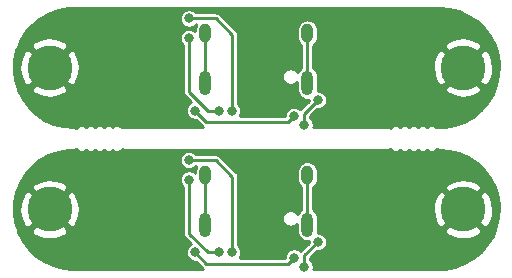
<source format=gbr>
%TF.GenerationSoftware,KiCad,Pcbnew,5.1.10-88a1d61d58~88~ubuntu20.04.1*%
%TF.CreationDate,2021-04-30T20:16:28-07:00*%
%TF.ProjectId,kb-db_panel,6b622d64-625f-4706-916e-656c2e6b6963,rev?*%
%TF.SameCoordinates,Original*%
%TF.FileFunction,Copper,L2,Bot*%
%TF.FilePolarity,Positive*%
%FSLAX46Y46*%
G04 Gerber Fmt 4.6, Leading zero omitted, Abs format (unit mm)*
G04 Created by KiCad (PCBNEW 5.1.10-88a1d61d58~88~ubuntu20.04.1) date 2021-04-30 20:16:28*
%MOMM*%
%LPD*%
G01*
G04 APERTURE LIST*
%TA.AperFunction,ComponentPad*%
%ADD10C,3.800000*%
%TD*%
%TA.AperFunction,ComponentPad*%
%ADD11O,1.000000X2.100000*%
%TD*%
%TA.AperFunction,ComponentPad*%
%ADD12O,1.000000X1.600000*%
%TD*%
%TA.AperFunction,ViaPad*%
%ADD13C,0.800000*%
%TD*%
%TA.AperFunction,Conductor*%
%ADD14C,0.250000*%
%TD*%
%TA.AperFunction,Conductor*%
%ADD15C,0.254000*%
%TD*%
%TA.AperFunction,Conductor*%
%ADD16C,0.100000*%
%TD*%
G04 APERTURE END LIST*
D10*
%TO.P,H2,1*%
%TO.N,Earth*%
X61487000Y-75472000D03*
%TD*%
D11*
%TO.P,USB1,13*%
%TO.N,Net-(C1-Pad1)*%
X83312000Y-76759000D03*
X74672000Y-76759000D03*
D12*
X83312000Y-72579000D03*
X74672000Y-72579000D03*
%TD*%
D10*
%TO.P,H1,1*%
%TO.N,Earth*%
X96487000Y-75472000D03*
%TD*%
%TO.P,H2,1*%
%TO.N,Earth*%
X61487000Y-63472000D03*
%TD*%
%TO.P,H1,1*%
%TO.N,Earth*%
X96487000Y-63472000D03*
%TD*%
D11*
%TO.P,USB1,13*%
%TO.N,Net-(C1-Pad1)*%
X83312000Y-64759000D03*
X74672000Y-64759000D03*
D12*
X83312000Y-60579000D03*
X74672000Y-60579000D03*
%TD*%
D13*
%TO.N,Earth*%
X68446000Y-65592000D03*
X88429000Y-65612347D03*
X68446000Y-77592000D03*
X88429000Y-77612347D03*
%TO.N,VCC*%
X73279000Y-60960000D03*
X75853014Y-67116004D03*
X73279000Y-72960000D03*
X75853014Y-79116004D03*
%TO.N,GND*%
X82169000Y-67564000D03*
X73785365Y-67110635D03*
X82169000Y-79564000D03*
X73785365Y-79110635D03*
%TO.N,Net-(R1-Pad2)*%
X83058000Y-68326000D03*
X84194000Y-66227000D03*
X84194000Y-78227000D03*
X83058000Y-80326000D03*
%TO.N,Net-(R2-Pad2)*%
X76955000Y-67116002D03*
X73279000Y-59309000D03*
X73279000Y-71309000D03*
X76955000Y-79116002D03*
%TD*%
D14*
%TO.N,Net-(C1-Pad1)*%
X74672000Y-64759000D02*
X74672000Y-60579000D01*
X83312000Y-60579000D02*
X83312000Y-64759000D01*
X74672000Y-76759000D02*
X74672000Y-72579000D01*
X83312000Y-72579000D02*
X83312000Y-76759000D01*
%TO.N,VCC*%
X73279000Y-60960000D02*
X73279000Y-65529685D01*
X74865319Y-67116004D02*
X75853014Y-67116004D01*
X73279000Y-65529685D02*
X74865319Y-67116004D01*
X73279000Y-77529685D02*
X74865319Y-79116004D01*
X74865319Y-79116004D02*
X75853014Y-79116004D01*
X73279000Y-72960000D02*
X73279000Y-77529685D01*
%TO.N,GND*%
X81661000Y-68072000D02*
X74746730Y-68072000D01*
X82169000Y-67564000D02*
X81661000Y-68072000D01*
X74746730Y-68072000D02*
X73785365Y-67110635D01*
X82169000Y-79564000D02*
X81661000Y-80072000D01*
X74746730Y-80072000D02*
X73785365Y-79110635D01*
X81661000Y-80072000D02*
X74746730Y-80072000D01*
%TO.N,Net-(R1-Pad2)*%
X83058000Y-68326000D02*
X83058000Y-67363000D01*
X83058000Y-67363000D02*
X84194000Y-66227000D01*
X83058000Y-79363000D02*
X84194000Y-78227000D01*
X83058000Y-80326000D02*
X83058000Y-79363000D01*
%TO.N,Net-(R2-Pad2)*%
X76955000Y-60699000D02*
X76955000Y-67116002D01*
X75565000Y-59309000D02*
X76955000Y-60699000D01*
X73279000Y-59309000D02*
X75565000Y-59309000D01*
X73279000Y-71309000D02*
X75565000Y-71309000D01*
X76955000Y-72699000D02*
X76955000Y-79116002D01*
X75565000Y-71309000D02*
X76955000Y-72699000D01*
%TD*%
D15*
%TO.N,Earth*%
X95336581Y-58501726D02*
X96161880Y-58715931D01*
X96939275Y-59066123D01*
X97646563Y-59542296D01*
X98263505Y-60130830D01*
X98772464Y-60814895D01*
X99158893Y-61574945D01*
X99411735Y-62389227D01*
X99523763Y-63234474D01*
X99491777Y-64086509D01*
X99316687Y-64920978D01*
X99003503Y-65714010D01*
X98561175Y-66442942D01*
X98002360Y-67086921D01*
X97343022Y-67627544D01*
X96602030Y-68049341D01*
X95800559Y-68340261D01*
X94953066Y-68493514D01*
X94465520Y-68516506D01*
X94452549Y-68518225D01*
X94435524Y-68518225D01*
X94429191Y-68518891D01*
X94332216Y-68529768D01*
X94291799Y-68538358D01*
X94274210Y-68541841D01*
X94214239Y-68481870D01*
X94110891Y-68412815D01*
X93996056Y-68365249D01*
X93874148Y-68341000D01*
X93749852Y-68341000D01*
X93627944Y-68365249D01*
X93513109Y-68412815D01*
X93437000Y-68463669D01*
X93360891Y-68412815D01*
X93246056Y-68365249D01*
X93124148Y-68341000D01*
X92999852Y-68341000D01*
X92877944Y-68365249D01*
X92763109Y-68412815D01*
X92687000Y-68463669D01*
X92610891Y-68412815D01*
X92496056Y-68365249D01*
X92374148Y-68341000D01*
X92249852Y-68341000D01*
X92127944Y-68365249D01*
X92013109Y-68412815D01*
X91937000Y-68463669D01*
X91860891Y-68412815D01*
X91746056Y-68365249D01*
X91624148Y-68341000D01*
X91499852Y-68341000D01*
X91377944Y-68365249D01*
X91263109Y-68412815D01*
X91187000Y-68463669D01*
X91110891Y-68412815D01*
X90996056Y-68365249D01*
X90874148Y-68341000D01*
X90749852Y-68341000D01*
X90627944Y-68365249D01*
X90513109Y-68412815D01*
X90409761Y-68481870D01*
X90345317Y-68546314D01*
X90340917Y-68544985D01*
X90300378Y-68536958D01*
X90259946Y-68528363D01*
X90253622Y-68527699D01*
X90253617Y-68527698D01*
X90253613Y-68527698D01*
X90156496Y-68518176D01*
X90156493Y-68518176D01*
X90134399Y-68516000D01*
X83816508Y-68516000D01*
X83839000Y-68402922D01*
X83839000Y-68249078D01*
X83808987Y-68098191D01*
X83750113Y-67956058D01*
X83664642Y-67828141D01*
X83564000Y-67727499D01*
X83564000Y-67572591D01*
X84128592Y-67008000D01*
X84270922Y-67008000D01*
X84421809Y-66977987D01*
X84563942Y-66919113D01*
X84691859Y-66833642D01*
X84800642Y-66724859D01*
X84886113Y-66596942D01*
X84944987Y-66454809D01*
X84975000Y-66303922D01*
X84975000Y-66150078D01*
X84944987Y-65999191D01*
X84886113Y-65857058D01*
X84800642Y-65729141D01*
X84691859Y-65620358D01*
X84563942Y-65534887D01*
X84421809Y-65476013D01*
X84270922Y-65446000D01*
X84183769Y-65446000D01*
X84193000Y-65352273D01*
X84193000Y-65248349D01*
X94890256Y-65248349D01*
X95094362Y-65604867D01*
X95537223Y-65835575D01*
X96016583Y-65975452D01*
X96514021Y-66019123D01*
X97010422Y-65964909D01*
X97486707Y-65814894D01*
X97879638Y-65604867D01*
X98083744Y-65248349D01*
X96487000Y-63651605D01*
X94890256Y-65248349D01*
X84193000Y-65248349D01*
X84193000Y-64165727D01*
X84180252Y-64036294D01*
X84129875Y-63870225D01*
X84048068Y-63717175D01*
X83937975Y-63583025D01*
X83835615Y-63499021D01*
X93939877Y-63499021D01*
X93994091Y-63995422D01*
X94144106Y-64471707D01*
X94354133Y-64864638D01*
X94710651Y-65068744D01*
X96307395Y-63472000D01*
X96666605Y-63472000D01*
X98263349Y-65068744D01*
X98619867Y-64864638D01*
X98850575Y-64421777D01*
X98990452Y-63942417D01*
X99034123Y-63444979D01*
X98979909Y-62948578D01*
X98829894Y-62472293D01*
X98619867Y-62079362D01*
X98263349Y-61875256D01*
X96666605Y-63472000D01*
X96307395Y-63472000D01*
X94710651Y-61875256D01*
X94354133Y-62079362D01*
X94123425Y-62522223D01*
X93983548Y-63001583D01*
X93939877Y-63499021D01*
X83835615Y-63499021D01*
X83818000Y-63484565D01*
X83818000Y-61695651D01*
X94890256Y-61695651D01*
X96487000Y-63292395D01*
X98083744Y-61695651D01*
X97879638Y-61339133D01*
X97436777Y-61108425D01*
X96957417Y-60968548D01*
X96459979Y-60924877D01*
X95963578Y-60979091D01*
X95487293Y-61129106D01*
X95094362Y-61339133D01*
X94890256Y-61695651D01*
X83818000Y-61695651D01*
X83818000Y-61603434D01*
X83937975Y-61504975D01*
X84048068Y-61370825D01*
X84129875Y-61217775D01*
X84180252Y-61051706D01*
X84193000Y-60922273D01*
X84193000Y-60235727D01*
X84180252Y-60106294D01*
X84129875Y-59940225D01*
X84048068Y-59787175D01*
X83937975Y-59653025D01*
X83803825Y-59542932D01*
X83650775Y-59461125D01*
X83484706Y-59410748D01*
X83312000Y-59393738D01*
X83139295Y-59410748D01*
X82973226Y-59461125D01*
X82820176Y-59542932D01*
X82686026Y-59653025D01*
X82575933Y-59787175D01*
X82494125Y-59940225D01*
X82443748Y-60106294D01*
X82431000Y-60235727D01*
X82431000Y-60922272D01*
X82443748Y-61051705D01*
X82494125Y-61217774D01*
X82575932Y-61370824D01*
X82686025Y-61504975D01*
X82806000Y-61603435D01*
X82806001Y-63484565D01*
X82686026Y-63583025D01*
X82575933Y-63717175D01*
X82494126Y-63870225D01*
X82493266Y-63873059D01*
X82430386Y-63778951D01*
X82332049Y-63680614D01*
X82216416Y-63603351D01*
X82087933Y-63550131D01*
X81951535Y-63523000D01*
X81812465Y-63523000D01*
X81676067Y-63550131D01*
X81547584Y-63603351D01*
X81431951Y-63680614D01*
X81333614Y-63778951D01*
X81256351Y-63894584D01*
X81203131Y-64023067D01*
X81176000Y-64159465D01*
X81176000Y-64298535D01*
X81203131Y-64434933D01*
X81256351Y-64563416D01*
X81333614Y-64679049D01*
X81431951Y-64777386D01*
X81547584Y-64854649D01*
X81676067Y-64907869D01*
X81812465Y-64935000D01*
X81951535Y-64935000D01*
X82087933Y-64907869D01*
X82216416Y-64854649D01*
X82332049Y-64777386D01*
X82430386Y-64679049D01*
X82431001Y-64678129D01*
X82431000Y-65352272D01*
X82443748Y-65481705D01*
X82494125Y-65647774D01*
X82575932Y-65800824D01*
X82686025Y-65934975D01*
X82820175Y-66045068D01*
X82973225Y-66126875D01*
X83139294Y-66177252D01*
X83312000Y-66194262D01*
X83413000Y-66184314D01*
X83413000Y-66292408D01*
X82717780Y-66987629D01*
X82706438Y-66996937D01*
X82666859Y-66957358D01*
X82538942Y-66871887D01*
X82396809Y-66813013D01*
X82245922Y-66783000D01*
X82092078Y-66783000D01*
X81941191Y-66813013D01*
X81799058Y-66871887D01*
X81671141Y-66957358D01*
X81562358Y-67066141D01*
X81476887Y-67194058D01*
X81418013Y-67336191D01*
X81388000Y-67487078D01*
X81388000Y-67566000D01*
X77593622Y-67566000D01*
X77647113Y-67485944D01*
X77705987Y-67343811D01*
X77736000Y-67192924D01*
X77736000Y-67039080D01*
X77705987Y-66888193D01*
X77647113Y-66746060D01*
X77561642Y-66618143D01*
X77461000Y-66517501D01*
X77461000Y-60723854D01*
X77463448Y-60699000D01*
X77453678Y-60599807D01*
X77424745Y-60504425D01*
X77417171Y-60490255D01*
X77377759Y-60416521D01*
X77314527Y-60339473D01*
X77295220Y-60323628D01*
X75940376Y-58968785D01*
X75924527Y-58949473D01*
X75847479Y-58886241D01*
X75759575Y-58839255D01*
X75664193Y-58810322D01*
X75589854Y-58803000D01*
X75589846Y-58803000D01*
X75565000Y-58800553D01*
X75540154Y-58803000D01*
X73877501Y-58803000D01*
X73776859Y-58702358D01*
X73648942Y-58616887D01*
X73506809Y-58558013D01*
X73355922Y-58528000D01*
X73202078Y-58528000D01*
X73051191Y-58558013D01*
X72909058Y-58616887D01*
X72781141Y-58702358D01*
X72672358Y-58811141D01*
X72586887Y-58939058D01*
X72528013Y-59081191D01*
X72498000Y-59232078D01*
X72498000Y-59385922D01*
X72528013Y-59536809D01*
X72586887Y-59678942D01*
X72672358Y-59806859D01*
X72781141Y-59915642D01*
X72909058Y-60001113D01*
X73051191Y-60059987D01*
X73202078Y-60090000D01*
X73355922Y-60090000D01*
X73506809Y-60059987D01*
X73648942Y-60001113D01*
X73776859Y-59915642D01*
X73877501Y-59815000D01*
X73921060Y-59815000D01*
X73854125Y-59940225D01*
X73803748Y-60106294D01*
X73791000Y-60235727D01*
X73791000Y-60367499D01*
X73776859Y-60353358D01*
X73648942Y-60267887D01*
X73506809Y-60209013D01*
X73355922Y-60179000D01*
X73202078Y-60179000D01*
X73051191Y-60209013D01*
X72909058Y-60267887D01*
X72781141Y-60353358D01*
X72672358Y-60462141D01*
X72586887Y-60590058D01*
X72528013Y-60732191D01*
X72498000Y-60883078D01*
X72498000Y-61036922D01*
X72528013Y-61187809D01*
X72586887Y-61329942D01*
X72672358Y-61457859D01*
X72773000Y-61558501D01*
X72773001Y-65504829D01*
X72770553Y-65529685D01*
X72780322Y-65628877D01*
X72809255Y-65724259D01*
X72809256Y-65724260D01*
X72856242Y-65812164D01*
X72919474Y-65889212D01*
X72938780Y-65905057D01*
X73441460Y-66407737D01*
X73415423Y-66418522D01*
X73287506Y-66503993D01*
X73178723Y-66612776D01*
X73093252Y-66740693D01*
X73034378Y-66882826D01*
X73004365Y-67033713D01*
X73004365Y-67187557D01*
X73034378Y-67338444D01*
X73093252Y-67480577D01*
X73178723Y-67608494D01*
X73287506Y-67717277D01*
X73415423Y-67802748D01*
X73557556Y-67861622D01*
X73708443Y-67891635D01*
X73850774Y-67891635D01*
X74371358Y-68412220D01*
X74387203Y-68431527D01*
X74464251Y-68494759D01*
X74503990Y-68516000D01*
X67839601Y-68516000D01*
X67817009Y-68518225D01*
X67810524Y-68518225D01*
X67804191Y-68518891D01*
X67707216Y-68529768D01*
X67666799Y-68538358D01*
X67649210Y-68541841D01*
X67589239Y-68481870D01*
X67485891Y-68412815D01*
X67371056Y-68365249D01*
X67249148Y-68341000D01*
X67124852Y-68341000D01*
X67002944Y-68365249D01*
X66888109Y-68412815D01*
X66812000Y-68463669D01*
X66735891Y-68412815D01*
X66621056Y-68365249D01*
X66499148Y-68341000D01*
X66374852Y-68341000D01*
X66252944Y-68365249D01*
X66138109Y-68412815D01*
X66062000Y-68463669D01*
X65985891Y-68412815D01*
X65871056Y-68365249D01*
X65749148Y-68341000D01*
X65624852Y-68341000D01*
X65502944Y-68365249D01*
X65388109Y-68412815D01*
X65312000Y-68463669D01*
X65235891Y-68412815D01*
X65121056Y-68365249D01*
X64999148Y-68341000D01*
X64874852Y-68341000D01*
X64752944Y-68365249D01*
X64638109Y-68412815D01*
X64562000Y-68463669D01*
X64485891Y-68412815D01*
X64371056Y-68365249D01*
X64249148Y-68341000D01*
X64124852Y-68341000D01*
X64002944Y-68365249D01*
X63888109Y-68412815D01*
X63784761Y-68481870D01*
X63720317Y-68546314D01*
X63715917Y-68544985D01*
X63675378Y-68536958D01*
X63634946Y-68528363D01*
X63628622Y-68527699D01*
X63628617Y-68527698D01*
X63628613Y-68527698D01*
X63531496Y-68518176D01*
X63529651Y-68518176D01*
X63525554Y-68517633D01*
X62637420Y-68442274D01*
X61812125Y-68228070D01*
X61034725Y-67877877D01*
X60327434Y-67401701D01*
X59710493Y-66813167D01*
X59201534Y-66129103D01*
X58815107Y-65369055D01*
X58777627Y-65248349D01*
X59890256Y-65248349D01*
X60094362Y-65604867D01*
X60537223Y-65835575D01*
X61016583Y-65975452D01*
X61514021Y-66019123D01*
X62010422Y-65964909D01*
X62486707Y-65814894D01*
X62879638Y-65604867D01*
X63083744Y-65248349D01*
X61487000Y-63651605D01*
X59890256Y-65248349D01*
X58777627Y-65248349D01*
X58562265Y-64554774D01*
X58450237Y-63709526D01*
X58458139Y-63499021D01*
X58939877Y-63499021D01*
X58994091Y-63995422D01*
X59144106Y-64471707D01*
X59354133Y-64864638D01*
X59710651Y-65068744D01*
X61307395Y-63472000D01*
X61666605Y-63472000D01*
X63263349Y-65068744D01*
X63619867Y-64864638D01*
X63850575Y-64421777D01*
X63990452Y-63942417D01*
X64034123Y-63444979D01*
X63979909Y-62948578D01*
X63829894Y-62472293D01*
X63619867Y-62079362D01*
X63263349Y-61875256D01*
X61666605Y-63472000D01*
X61307395Y-63472000D01*
X59710651Y-61875256D01*
X59354133Y-62079362D01*
X59123425Y-62522223D01*
X58983548Y-63001583D01*
X58939877Y-63499021D01*
X58458139Y-63499021D01*
X58482223Y-62857491D01*
X58657313Y-62023022D01*
X58786598Y-61695651D01*
X59890256Y-61695651D01*
X61487000Y-63292395D01*
X63083744Y-61695651D01*
X62879638Y-61339133D01*
X62436777Y-61108425D01*
X61957417Y-60968548D01*
X61459979Y-60924877D01*
X60963578Y-60979091D01*
X60487293Y-61129106D01*
X60094362Y-61339133D01*
X59890256Y-61695651D01*
X58786598Y-61695651D01*
X58970496Y-61229993D01*
X59412827Y-60501054D01*
X59971640Y-59857080D01*
X60630978Y-59316456D01*
X61371972Y-58894658D01*
X62173445Y-58603737D01*
X63020934Y-58450486D01*
X63497750Y-58428000D01*
X94467691Y-58428000D01*
X95336581Y-58501726D01*
%TA.AperFunction,Conductor*%
D16*
G36*
X95336581Y-58501726D02*
G01*
X96161880Y-58715931D01*
X96939275Y-59066123D01*
X97646563Y-59542296D01*
X98263505Y-60130830D01*
X98772464Y-60814895D01*
X99158893Y-61574945D01*
X99411735Y-62389227D01*
X99523763Y-63234474D01*
X99491777Y-64086509D01*
X99316687Y-64920978D01*
X99003503Y-65714010D01*
X98561175Y-66442942D01*
X98002360Y-67086921D01*
X97343022Y-67627544D01*
X96602030Y-68049341D01*
X95800559Y-68340261D01*
X94953066Y-68493514D01*
X94465520Y-68516506D01*
X94452549Y-68518225D01*
X94435524Y-68518225D01*
X94429191Y-68518891D01*
X94332216Y-68529768D01*
X94291799Y-68538358D01*
X94274210Y-68541841D01*
X94214239Y-68481870D01*
X94110891Y-68412815D01*
X93996056Y-68365249D01*
X93874148Y-68341000D01*
X93749852Y-68341000D01*
X93627944Y-68365249D01*
X93513109Y-68412815D01*
X93437000Y-68463669D01*
X93360891Y-68412815D01*
X93246056Y-68365249D01*
X93124148Y-68341000D01*
X92999852Y-68341000D01*
X92877944Y-68365249D01*
X92763109Y-68412815D01*
X92687000Y-68463669D01*
X92610891Y-68412815D01*
X92496056Y-68365249D01*
X92374148Y-68341000D01*
X92249852Y-68341000D01*
X92127944Y-68365249D01*
X92013109Y-68412815D01*
X91937000Y-68463669D01*
X91860891Y-68412815D01*
X91746056Y-68365249D01*
X91624148Y-68341000D01*
X91499852Y-68341000D01*
X91377944Y-68365249D01*
X91263109Y-68412815D01*
X91187000Y-68463669D01*
X91110891Y-68412815D01*
X90996056Y-68365249D01*
X90874148Y-68341000D01*
X90749852Y-68341000D01*
X90627944Y-68365249D01*
X90513109Y-68412815D01*
X90409761Y-68481870D01*
X90345317Y-68546314D01*
X90340917Y-68544985D01*
X90300378Y-68536958D01*
X90259946Y-68528363D01*
X90253622Y-68527699D01*
X90253617Y-68527698D01*
X90253613Y-68527698D01*
X90156496Y-68518176D01*
X90156493Y-68518176D01*
X90134399Y-68516000D01*
X83816508Y-68516000D01*
X83839000Y-68402922D01*
X83839000Y-68249078D01*
X83808987Y-68098191D01*
X83750113Y-67956058D01*
X83664642Y-67828141D01*
X83564000Y-67727499D01*
X83564000Y-67572591D01*
X84128592Y-67008000D01*
X84270922Y-67008000D01*
X84421809Y-66977987D01*
X84563942Y-66919113D01*
X84691859Y-66833642D01*
X84800642Y-66724859D01*
X84886113Y-66596942D01*
X84944987Y-66454809D01*
X84975000Y-66303922D01*
X84975000Y-66150078D01*
X84944987Y-65999191D01*
X84886113Y-65857058D01*
X84800642Y-65729141D01*
X84691859Y-65620358D01*
X84563942Y-65534887D01*
X84421809Y-65476013D01*
X84270922Y-65446000D01*
X84183769Y-65446000D01*
X84193000Y-65352273D01*
X84193000Y-65248349D01*
X94890256Y-65248349D01*
X95094362Y-65604867D01*
X95537223Y-65835575D01*
X96016583Y-65975452D01*
X96514021Y-66019123D01*
X97010422Y-65964909D01*
X97486707Y-65814894D01*
X97879638Y-65604867D01*
X98083744Y-65248349D01*
X96487000Y-63651605D01*
X94890256Y-65248349D01*
X84193000Y-65248349D01*
X84193000Y-64165727D01*
X84180252Y-64036294D01*
X84129875Y-63870225D01*
X84048068Y-63717175D01*
X83937975Y-63583025D01*
X83835615Y-63499021D01*
X93939877Y-63499021D01*
X93994091Y-63995422D01*
X94144106Y-64471707D01*
X94354133Y-64864638D01*
X94710651Y-65068744D01*
X96307395Y-63472000D01*
X96666605Y-63472000D01*
X98263349Y-65068744D01*
X98619867Y-64864638D01*
X98850575Y-64421777D01*
X98990452Y-63942417D01*
X99034123Y-63444979D01*
X98979909Y-62948578D01*
X98829894Y-62472293D01*
X98619867Y-62079362D01*
X98263349Y-61875256D01*
X96666605Y-63472000D01*
X96307395Y-63472000D01*
X94710651Y-61875256D01*
X94354133Y-62079362D01*
X94123425Y-62522223D01*
X93983548Y-63001583D01*
X93939877Y-63499021D01*
X83835615Y-63499021D01*
X83818000Y-63484565D01*
X83818000Y-61695651D01*
X94890256Y-61695651D01*
X96487000Y-63292395D01*
X98083744Y-61695651D01*
X97879638Y-61339133D01*
X97436777Y-61108425D01*
X96957417Y-60968548D01*
X96459979Y-60924877D01*
X95963578Y-60979091D01*
X95487293Y-61129106D01*
X95094362Y-61339133D01*
X94890256Y-61695651D01*
X83818000Y-61695651D01*
X83818000Y-61603434D01*
X83937975Y-61504975D01*
X84048068Y-61370825D01*
X84129875Y-61217775D01*
X84180252Y-61051706D01*
X84193000Y-60922273D01*
X84193000Y-60235727D01*
X84180252Y-60106294D01*
X84129875Y-59940225D01*
X84048068Y-59787175D01*
X83937975Y-59653025D01*
X83803825Y-59542932D01*
X83650775Y-59461125D01*
X83484706Y-59410748D01*
X83312000Y-59393738D01*
X83139295Y-59410748D01*
X82973226Y-59461125D01*
X82820176Y-59542932D01*
X82686026Y-59653025D01*
X82575933Y-59787175D01*
X82494125Y-59940225D01*
X82443748Y-60106294D01*
X82431000Y-60235727D01*
X82431000Y-60922272D01*
X82443748Y-61051705D01*
X82494125Y-61217774D01*
X82575932Y-61370824D01*
X82686025Y-61504975D01*
X82806000Y-61603435D01*
X82806001Y-63484565D01*
X82686026Y-63583025D01*
X82575933Y-63717175D01*
X82494126Y-63870225D01*
X82493266Y-63873059D01*
X82430386Y-63778951D01*
X82332049Y-63680614D01*
X82216416Y-63603351D01*
X82087933Y-63550131D01*
X81951535Y-63523000D01*
X81812465Y-63523000D01*
X81676067Y-63550131D01*
X81547584Y-63603351D01*
X81431951Y-63680614D01*
X81333614Y-63778951D01*
X81256351Y-63894584D01*
X81203131Y-64023067D01*
X81176000Y-64159465D01*
X81176000Y-64298535D01*
X81203131Y-64434933D01*
X81256351Y-64563416D01*
X81333614Y-64679049D01*
X81431951Y-64777386D01*
X81547584Y-64854649D01*
X81676067Y-64907869D01*
X81812465Y-64935000D01*
X81951535Y-64935000D01*
X82087933Y-64907869D01*
X82216416Y-64854649D01*
X82332049Y-64777386D01*
X82430386Y-64679049D01*
X82431001Y-64678129D01*
X82431000Y-65352272D01*
X82443748Y-65481705D01*
X82494125Y-65647774D01*
X82575932Y-65800824D01*
X82686025Y-65934975D01*
X82820175Y-66045068D01*
X82973225Y-66126875D01*
X83139294Y-66177252D01*
X83312000Y-66194262D01*
X83413000Y-66184314D01*
X83413000Y-66292408D01*
X82717780Y-66987629D01*
X82706438Y-66996937D01*
X82666859Y-66957358D01*
X82538942Y-66871887D01*
X82396809Y-66813013D01*
X82245922Y-66783000D01*
X82092078Y-66783000D01*
X81941191Y-66813013D01*
X81799058Y-66871887D01*
X81671141Y-66957358D01*
X81562358Y-67066141D01*
X81476887Y-67194058D01*
X81418013Y-67336191D01*
X81388000Y-67487078D01*
X81388000Y-67566000D01*
X77593622Y-67566000D01*
X77647113Y-67485944D01*
X77705987Y-67343811D01*
X77736000Y-67192924D01*
X77736000Y-67039080D01*
X77705987Y-66888193D01*
X77647113Y-66746060D01*
X77561642Y-66618143D01*
X77461000Y-66517501D01*
X77461000Y-60723854D01*
X77463448Y-60699000D01*
X77453678Y-60599807D01*
X77424745Y-60504425D01*
X77417171Y-60490255D01*
X77377759Y-60416521D01*
X77314527Y-60339473D01*
X77295220Y-60323628D01*
X75940376Y-58968785D01*
X75924527Y-58949473D01*
X75847479Y-58886241D01*
X75759575Y-58839255D01*
X75664193Y-58810322D01*
X75589854Y-58803000D01*
X75589846Y-58803000D01*
X75565000Y-58800553D01*
X75540154Y-58803000D01*
X73877501Y-58803000D01*
X73776859Y-58702358D01*
X73648942Y-58616887D01*
X73506809Y-58558013D01*
X73355922Y-58528000D01*
X73202078Y-58528000D01*
X73051191Y-58558013D01*
X72909058Y-58616887D01*
X72781141Y-58702358D01*
X72672358Y-58811141D01*
X72586887Y-58939058D01*
X72528013Y-59081191D01*
X72498000Y-59232078D01*
X72498000Y-59385922D01*
X72528013Y-59536809D01*
X72586887Y-59678942D01*
X72672358Y-59806859D01*
X72781141Y-59915642D01*
X72909058Y-60001113D01*
X73051191Y-60059987D01*
X73202078Y-60090000D01*
X73355922Y-60090000D01*
X73506809Y-60059987D01*
X73648942Y-60001113D01*
X73776859Y-59915642D01*
X73877501Y-59815000D01*
X73921060Y-59815000D01*
X73854125Y-59940225D01*
X73803748Y-60106294D01*
X73791000Y-60235727D01*
X73791000Y-60367499D01*
X73776859Y-60353358D01*
X73648942Y-60267887D01*
X73506809Y-60209013D01*
X73355922Y-60179000D01*
X73202078Y-60179000D01*
X73051191Y-60209013D01*
X72909058Y-60267887D01*
X72781141Y-60353358D01*
X72672358Y-60462141D01*
X72586887Y-60590058D01*
X72528013Y-60732191D01*
X72498000Y-60883078D01*
X72498000Y-61036922D01*
X72528013Y-61187809D01*
X72586887Y-61329942D01*
X72672358Y-61457859D01*
X72773000Y-61558501D01*
X72773001Y-65504829D01*
X72770553Y-65529685D01*
X72780322Y-65628877D01*
X72809255Y-65724259D01*
X72809256Y-65724260D01*
X72856242Y-65812164D01*
X72919474Y-65889212D01*
X72938780Y-65905057D01*
X73441460Y-66407737D01*
X73415423Y-66418522D01*
X73287506Y-66503993D01*
X73178723Y-66612776D01*
X73093252Y-66740693D01*
X73034378Y-66882826D01*
X73004365Y-67033713D01*
X73004365Y-67187557D01*
X73034378Y-67338444D01*
X73093252Y-67480577D01*
X73178723Y-67608494D01*
X73287506Y-67717277D01*
X73415423Y-67802748D01*
X73557556Y-67861622D01*
X73708443Y-67891635D01*
X73850774Y-67891635D01*
X74371358Y-68412220D01*
X74387203Y-68431527D01*
X74464251Y-68494759D01*
X74503990Y-68516000D01*
X67839601Y-68516000D01*
X67817009Y-68518225D01*
X67810524Y-68518225D01*
X67804191Y-68518891D01*
X67707216Y-68529768D01*
X67666799Y-68538358D01*
X67649210Y-68541841D01*
X67589239Y-68481870D01*
X67485891Y-68412815D01*
X67371056Y-68365249D01*
X67249148Y-68341000D01*
X67124852Y-68341000D01*
X67002944Y-68365249D01*
X66888109Y-68412815D01*
X66812000Y-68463669D01*
X66735891Y-68412815D01*
X66621056Y-68365249D01*
X66499148Y-68341000D01*
X66374852Y-68341000D01*
X66252944Y-68365249D01*
X66138109Y-68412815D01*
X66062000Y-68463669D01*
X65985891Y-68412815D01*
X65871056Y-68365249D01*
X65749148Y-68341000D01*
X65624852Y-68341000D01*
X65502944Y-68365249D01*
X65388109Y-68412815D01*
X65312000Y-68463669D01*
X65235891Y-68412815D01*
X65121056Y-68365249D01*
X64999148Y-68341000D01*
X64874852Y-68341000D01*
X64752944Y-68365249D01*
X64638109Y-68412815D01*
X64562000Y-68463669D01*
X64485891Y-68412815D01*
X64371056Y-68365249D01*
X64249148Y-68341000D01*
X64124852Y-68341000D01*
X64002944Y-68365249D01*
X63888109Y-68412815D01*
X63784761Y-68481870D01*
X63720317Y-68546314D01*
X63715917Y-68544985D01*
X63675378Y-68536958D01*
X63634946Y-68528363D01*
X63628622Y-68527699D01*
X63628617Y-68527698D01*
X63628613Y-68527698D01*
X63531496Y-68518176D01*
X63529651Y-68518176D01*
X63525554Y-68517633D01*
X62637420Y-68442274D01*
X61812125Y-68228070D01*
X61034725Y-67877877D01*
X60327434Y-67401701D01*
X59710493Y-66813167D01*
X59201534Y-66129103D01*
X58815107Y-65369055D01*
X58777627Y-65248349D01*
X59890256Y-65248349D01*
X60094362Y-65604867D01*
X60537223Y-65835575D01*
X61016583Y-65975452D01*
X61514021Y-66019123D01*
X62010422Y-65964909D01*
X62486707Y-65814894D01*
X62879638Y-65604867D01*
X63083744Y-65248349D01*
X61487000Y-63651605D01*
X59890256Y-65248349D01*
X58777627Y-65248349D01*
X58562265Y-64554774D01*
X58450237Y-63709526D01*
X58458139Y-63499021D01*
X58939877Y-63499021D01*
X58994091Y-63995422D01*
X59144106Y-64471707D01*
X59354133Y-64864638D01*
X59710651Y-65068744D01*
X61307395Y-63472000D01*
X61666605Y-63472000D01*
X63263349Y-65068744D01*
X63619867Y-64864638D01*
X63850575Y-64421777D01*
X63990452Y-63942417D01*
X64034123Y-63444979D01*
X63979909Y-62948578D01*
X63829894Y-62472293D01*
X63619867Y-62079362D01*
X63263349Y-61875256D01*
X61666605Y-63472000D01*
X61307395Y-63472000D01*
X59710651Y-61875256D01*
X59354133Y-62079362D01*
X59123425Y-62522223D01*
X58983548Y-63001583D01*
X58939877Y-63499021D01*
X58458139Y-63499021D01*
X58482223Y-62857491D01*
X58657313Y-62023022D01*
X58786598Y-61695651D01*
X59890256Y-61695651D01*
X61487000Y-63292395D01*
X63083744Y-61695651D01*
X62879638Y-61339133D01*
X62436777Y-61108425D01*
X61957417Y-60968548D01*
X61459979Y-60924877D01*
X60963578Y-60979091D01*
X60487293Y-61129106D01*
X60094362Y-61339133D01*
X59890256Y-61695651D01*
X58786598Y-61695651D01*
X58970496Y-61229993D01*
X59412827Y-60501054D01*
X59971640Y-59857080D01*
X60630978Y-59316456D01*
X61371972Y-58894658D01*
X62173445Y-58603737D01*
X63020934Y-58450486D01*
X63497750Y-58428000D01*
X94467691Y-58428000D01*
X95336581Y-58501726D01*
G37*
%TD.AperFunction*%
%TD*%
D15*
%TO.N,Earth*%
X90409761Y-70462130D02*
X90513109Y-70531185D01*
X90627944Y-70578751D01*
X90749852Y-70603000D01*
X90874148Y-70603000D01*
X90996056Y-70578751D01*
X91110891Y-70531185D01*
X91187000Y-70480331D01*
X91263109Y-70531185D01*
X91377944Y-70578751D01*
X91499852Y-70603000D01*
X91624148Y-70603000D01*
X91746056Y-70578751D01*
X91860891Y-70531185D01*
X91937000Y-70480331D01*
X92013109Y-70531185D01*
X92127944Y-70578751D01*
X92249852Y-70603000D01*
X92374148Y-70603000D01*
X92496056Y-70578751D01*
X92610891Y-70531185D01*
X92687000Y-70480331D01*
X92763109Y-70531185D01*
X92877944Y-70578751D01*
X92999852Y-70603000D01*
X93124148Y-70603000D01*
X93246056Y-70578751D01*
X93360891Y-70531185D01*
X93437000Y-70480331D01*
X93513109Y-70531185D01*
X93627944Y-70578751D01*
X93749852Y-70603000D01*
X93874148Y-70603000D01*
X93996056Y-70578751D01*
X94110891Y-70531185D01*
X94214239Y-70462130D01*
X94274169Y-70402200D01*
X94298629Y-70407044D01*
X94339055Y-70415637D01*
X94345378Y-70416301D01*
X94345383Y-70416302D01*
X94345387Y-70416302D01*
X94442504Y-70425824D01*
X94444349Y-70425824D01*
X94448446Y-70426367D01*
X95336581Y-70501726D01*
X96161880Y-70715931D01*
X96939275Y-71066123D01*
X97646563Y-71542296D01*
X98263505Y-72130830D01*
X98772464Y-72814895D01*
X99158893Y-73574945D01*
X99411735Y-74389227D01*
X99523763Y-75234474D01*
X99491777Y-76086509D01*
X99316687Y-76920978D01*
X99003503Y-77714010D01*
X98561175Y-78442942D01*
X98002360Y-79086921D01*
X97343022Y-79627544D01*
X96602030Y-80049341D01*
X95800559Y-80340261D01*
X94953066Y-80493514D01*
X94476250Y-80516000D01*
X83816508Y-80516000D01*
X83839000Y-80402922D01*
X83839000Y-80249078D01*
X83808987Y-80098191D01*
X83750113Y-79956058D01*
X83664642Y-79828141D01*
X83564000Y-79727499D01*
X83564000Y-79572591D01*
X84128592Y-79008000D01*
X84270922Y-79008000D01*
X84421809Y-78977987D01*
X84563942Y-78919113D01*
X84691859Y-78833642D01*
X84800642Y-78724859D01*
X84886113Y-78596942D01*
X84944987Y-78454809D01*
X84975000Y-78303922D01*
X84975000Y-78150078D01*
X84944987Y-77999191D01*
X84886113Y-77857058D01*
X84800642Y-77729141D01*
X84691859Y-77620358D01*
X84563942Y-77534887D01*
X84421809Y-77476013D01*
X84270922Y-77446000D01*
X84183769Y-77446000D01*
X84193000Y-77352273D01*
X84193000Y-77248349D01*
X94890256Y-77248349D01*
X95094362Y-77604867D01*
X95537223Y-77835575D01*
X96016583Y-77975452D01*
X96514021Y-78019123D01*
X97010422Y-77964909D01*
X97486707Y-77814894D01*
X97879638Y-77604867D01*
X98083744Y-77248349D01*
X96487000Y-75651605D01*
X94890256Y-77248349D01*
X84193000Y-77248349D01*
X84193000Y-76165727D01*
X84180252Y-76036294D01*
X84129875Y-75870225D01*
X84048068Y-75717175D01*
X83937975Y-75583025D01*
X83835615Y-75499021D01*
X93939877Y-75499021D01*
X93994091Y-75995422D01*
X94144106Y-76471707D01*
X94354133Y-76864638D01*
X94710651Y-77068744D01*
X96307395Y-75472000D01*
X96666605Y-75472000D01*
X98263349Y-77068744D01*
X98619867Y-76864638D01*
X98850575Y-76421777D01*
X98990452Y-75942417D01*
X99034123Y-75444979D01*
X98979909Y-74948578D01*
X98829894Y-74472293D01*
X98619867Y-74079362D01*
X98263349Y-73875256D01*
X96666605Y-75472000D01*
X96307395Y-75472000D01*
X94710651Y-73875256D01*
X94354133Y-74079362D01*
X94123425Y-74522223D01*
X93983548Y-75001583D01*
X93939877Y-75499021D01*
X83835615Y-75499021D01*
X83818000Y-75484565D01*
X83818000Y-73695651D01*
X94890256Y-73695651D01*
X96487000Y-75292395D01*
X98083744Y-73695651D01*
X97879638Y-73339133D01*
X97436777Y-73108425D01*
X96957417Y-72968548D01*
X96459979Y-72924877D01*
X95963578Y-72979091D01*
X95487293Y-73129106D01*
X95094362Y-73339133D01*
X94890256Y-73695651D01*
X83818000Y-73695651D01*
X83818000Y-73603434D01*
X83937975Y-73504975D01*
X84048068Y-73370825D01*
X84129875Y-73217775D01*
X84180252Y-73051706D01*
X84193000Y-72922273D01*
X84193000Y-72235727D01*
X84180252Y-72106294D01*
X84129875Y-71940225D01*
X84048068Y-71787175D01*
X83937975Y-71653025D01*
X83803825Y-71542932D01*
X83650775Y-71461125D01*
X83484706Y-71410748D01*
X83312000Y-71393738D01*
X83139295Y-71410748D01*
X82973226Y-71461125D01*
X82820176Y-71542932D01*
X82686026Y-71653025D01*
X82575933Y-71787175D01*
X82494125Y-71940225D01*
X82443748Y-72106294D01*
X82431000Y-72235727D01*
X82431000Y-72922272D01*
X82443748Y-73051705D01*
X82494125Y-73217774D01*
X82575932Y-73370824D01*
X82686025Y-73504975D01*
X82806000Y-73603435D01*
X82806001Y-75484565D01*
X82686026Y-75583025D01*
X82575933Y-75717175D01*
X82494126Y-75870225D01*
X82493266Y-75873059D01*
X82430386Y-75778951D01*
X82332049Y-75680614D01*
X82216416Y-75603351D01*
X82087933Y-75550131D01*
X81951535Y-75523000D01*
X81812465Y-75523000D01*
X81676067Y-75550131D01*
X81547584Y-75603351D01*
X81431951Y-75680614D01*
X81333614Y-75778951D01*
X81256351Y-75894584D01*
X81203131Y-76023067D01*
X81176000Y-76159465D01*
X81176000Y-76298535D01*
X81203131Y-76434933D01*
X81256351Y-76563416D01*
X81333614Y-76679049D01*
X81431951Y-76777386D01*
X81547584Y-76854649D01*
X81676067Y-76907869D01*
X81812465Y-76935000D01*
X81951535Y-76935000D01*
X82087933Y-76907869D01*
X82216416Y-76854649D01*
X82332049Y-76777386D01*
X82430386Y-76679049D01*
X82431001Y-76678129D01*
X82431000Y-77352272D01*
X82443748Y-77481705D01*
X82494125Y-77647774D01*
X82575932Y-77800824D01*
X82686025Y-77934975D01*
X82820175Y-78045068D01*
X82973225Y-78126875D01*
X83139294Y-78177252D01*
X83312000Y-78194262D01*
X83413000Y-78184314D01*
X83413000Y-78292408D01*
X82717780Y-78987629D01*
X82706438Y-78996937D01*
X82666859Y-78957358D01*
X82538942Y-78871887D01*
X82396809Y-78813013D01*
X82245922Y-78783000D01*
X82092078Y-78783000D01*
X81941191Y-78813013D01*
X81799058Y-78871887D01*
X81671141Y-78957358D01*
X81562358Y-79066141D01*
X81476887Y-79194058D01*
X81418013Y-79336191D01*
X81388000Y-79487078D01*
X81388000Y-79566000D01*
X77593622Y-79566000D01*
X77647113Y-79485944D01*
X77705987Y-79343811D01*
X77736000Y-79192924D01*
X77736000Y-79039080D01*
X77705987Y-78888193D01*
X77647113Y-78746060D01*
X77561642Y-78618143D01*
X77461000Y-78517501D01*
X77461000Y-72723854D01*
X77463448Y-72699000D01*
X77453678Y-72599807D01*
X77424745Y-72504425D01*
X77417171Y-72490255D01*
X77377759Y-72416521D01*
X77314527Y-72339473D01*
X77295220Y-72323628D01*
X75940376Y-70968785D01*
X75924527Y-70949473D01*
X75847479Y-70886241D01*
X75759575Y-70839255D01*
X75664193Y-70810322D01*
X75589854Y-70803000D01*
X75589846Y-70803000D01*
X75565000Y-70800553D01*
X75540154Y-70803000D01*
X73877501Y-70803000D01*
X73776859Y-70702358D01*
X73648942Y-70616887D01*
X73506809Y-70558013D01*
X73355922Y-70528000D01*
X73202078Y-70528000D01*
X73051191Y-70558013D01*
X72909058Y-70616887D01*
X72781141Y-70702358D01*
X72672358Y-70811141D01*
X72586887Y-70939058D01*
X72528013Y-71081191D01*
X72498000Y-71232078D01*
X72498000Y-71385922D01*
X72528013Y-71536809D01*
X72586887Y-71678942D01*
X72672358Y-71806859D01*
X72781141Y-71915642D01*
X72909058Y-72001113D01*
X73051191Y-72059987D01*
X73202078Y-72090000D01*
X73355922Y-72090000D01*
X73506809Y-72059987D01*
X73648942Y-72001113D01*
X73776859Y-71915642D01*
X73877501Y-71815000D01*
X73921060Y-71815000D01*
X73854125Y-71940225D01*
X73803748Y-72106294D01*
X73791000Y-72235727D01*
X73791000Y-72367499D01*
X73776859Y-72353358D01*
X73648942Y-72267887D01*
X73506809Y-72209013D01*
X73355922Y-72179000D01*
X73202078Y-72179000D01*
X73051191Y-72209013D01*
X72909058Y-72267887D01*
X72781141Y-72353358D01*
X72672358Y-72462141D01*
X72586887Y-72590058D01*
X72528013Y-72732191D01*
X72498000Y-72883078D01*
X72498000Y-73036922D01*
X72528013Y-73187809D01*
X72586887Y-73329942D01*
X72672358Y-73457859D01*
X72773000Y-73558501D01*
X72773001Y-77504829D01*
X72770553Y-77529685D01*
X72780322Y-77628877D01*
X72809255Y-77724259D01*
X72809256Y-77724260D01*
X72856242Y-77812164D01*
X72919474Y-77889212D01*
X72938780Y-77905057D01*
X73441460Y-78407737D01*
X73415423Y-78418522D01*
X73287506Y-78503993D01*
X73178723Y-78612776D01*
X73093252Y-78740693D01*
X73034378Y-78882826D01*
X73004365Y-79033713D01*
X73004365Y-79187557D01*
X73034378Y-79338444D01*
X73093252Y-79480577D01*
X73178723Y-79608494D01*
X73287506Y-79717277D01*
X73415423Y-79802748D01*
X73557556Y-79861622D01*
X73708443Y-79891635D01*
X73850774Y-79891635D01*
X74371358Y-80412220D01*
X74387203Y-80431527D01*
X74464251Y-80494759D01*
X74503990Y-80516000D01*
X63506309Y-80516000D01*
X62637420Y-80442274D01*
X61812125Y-80228070D01*
X61034725Y-79877877D01*
X60327434Y-79401701D01*
X59710493Y-78813167D01*
X59201534Y-78129103D01*
X58815107Y-77369055D01*
X58777627Y-77248349D01*
X59890256Y-77248349D01*
X60094362Y-77604867D01*
X60537223Y-77835575D01*
X61016583Y-77975452D01*
X61514021Y-78019123D01*
X62010422Y-77964909D01*
X62486707Y-77814894D01*
X62879638Y-77604867D01*
X63083744Y-77248349D01*
X61487000Y-75651605D01*
X59890256Y-77248349D01*
X58777627Y-77248349D01*
X58562265Y-76554774D01*
X58450237Y-75709526D01*
X58458139Y-75499021D01*
X58939877Y-75499021D01*
X58994091Y-75995422D01*
X59144106Y-76471707D01*
X59354133Y-76864638D01*
X59710651Y-77068744D01*
X61307395Y-75472000D01*
X61666605Y-75472000D01*
X63263349Y-77068744D01*
X63619867Y-76864638D01*
X63850575Y-76421777D01*
X63990452Y-75942417D01*
X64034123Y-75444979D01*
X63979909Y-74948578D01*
X63829894Y-74472293D01*
X63619867Y-74079362D01*
X63263349Y-73875256D01*
X61666605Y-75472000D01*
X61307395Y-75472000D01*
X59710651Y-73875256D01*
X59354133Y-74079362D01*
X59123425Y-74522223D01*
X58983548Y-75001583D01*
X58939877Y-75499021D01*
X58458139Y-75499021D01*
X58482223Y-74857491D01*
X58657313Y-74023022D01*
X58786598Y-73695651D01*
X59890256Y-73695651D01*
X61487000Y-75292395D01*
X63083744Y-73695651D01*
X62879638Y-73339133D01*
X62436777Y-73108425D01*
X61957417Y-72968548D01*
X61459979Y-72924877D01*
X60963578Y-72979091D01*
X60487293Y-73129106D01*
X60094362Y-73339133D01*
X59890256Y-73695651D01*
X58786598Y-73695651D01*
X58970496Y-73229993D01*
X59412827Y-72501054D01*
X59971640Y-71857080D01*
X60630978Y-71316456D01*
X61371972Y-70894658D01*
X62173445Y-70603737D01*
X63020934Y-70450486D01*
X63508480Y-70427494D01*
X63521451Y-70425775D01*
X63538476Y-70425775D01*
X63544809Y-70425109D01*
X63641783Y-70414232D01*
X63682194Y-70405643D01*
X63720658Y-70398027D01*
X63784761Y-70462130D01*
X63888109Y-70531185D01*
X64002944Y-70578751D01*
X64124852Y-70603000D01*
X64249148Y-70603000D01*
X64371056Y-70578751D01*
X64485891Y-70531185D01*
X64562000Y-70480331D01*
X64638109Y-70531185D01*
X64752944Y-70578751D01*
X64874852Y-70603000D01*
X64999148Y-70603000D01*
X65121056Y-70578751D01*
X65235891Y-70531185D01*
X65312000Y-70480331D01*
X65388109Y-70531185D01*
X65502944Y-70578751D01*
X65624852Y-70603000D01*
X65749148Y-70603000D01*
X65871056Y-70578751D01*
X65985891Y-70531185D01*
X66062000Y-70480331D01*
X66138109Y-70531185D01*
X66252944Y-70578751D01*
X66374852Y-70603000D01*
X66499148Y-70603000D01*
X66621056Y-70578751D01*
X66735891Y-70531185D01*
X66812000Y-70480331D01*
X66888109Y-70531185D01*
X67002944Y-70578751D01*
X67124852Y-70603000D01*
X67249148Y-70603000D01*
X67371056Y-70578751D01*
X67485891Y-70531185D01*
X67589239Y-70462130D01*
X67649169Y-70402200D01*
X67673629Y-70407044D01*
X67714055Y-70415637D01*
X67720378Y-70416301D01*
X67720383Y-70416302D01*
X67720387Y-70416302D01*
X67817504Y-70425824D01*
X67817507Y-70425824D01*
X67839601Y-70428000D01*
X90134399Y-70428000D01*
X90156991Y-70425775D01*
X90163476Y-70425775D01*
X90169809Y-70425109D01*
X90266783Y-70414232D01*
X90307194Y-70405643D01*
X90345658Y-70398027D01*
X90409761Y-70462130D01*
%TA.AperFunction,Conductor*%
D16*
G36*
X90409761Y-70462130D02*
G01*
X90513109Y-70531185D01*
X90627944Y-70578751D01*
X90749852Y-70603000D01*
X90874148Y-70603000D01*
X90996056Y-70578751D01*
X91110891Y-70531185D01*
X91187000Y-70480331D01*
X91263109Y-70531185D01*
X91377944Y-70578751D01*
X91499852Y-70603000D01*
X91624148Y-70603000D01*
X91746056Y-70578751D01*
X91860891Y-70531185D01*
X91937000Y-70480331D01*
X92013109Y-70531185D01*
X92127944Y-70578751D01*
X92249852Y-70603000D01*
X92374148Y-70603000D01*
X92496056Y-70578751D01*
X92610891Y-70531185D01*
X92687000Y-70480331D01*
X92763109Y-70531185D01*
X92877944Y-70578751D01*
X92999852Y-70603000D01*
X93124148Y-70603000D01*
X93246056Y-70578751D01*
X93360891Y-70531185D01*
X93437000Y-70480331D01*
X93513109Y-70531185D01*
X93627944Y-70578751D01*
X93749852Y-70603000D01*
X93874148Y-70603000D01*
X93996056Y-70578751D01*
X94110891Y-70531185D01*
X94214239Y-70462130D01*
X94274169Y-70402200D01*
X94298629Y-70407044D01*
X94339055Y-70415637D01*
X94345378Y-70416301D01*
X94345383Y-70416302D01*
X94345387Y-70416302D01*
X94442504Y-70425824D01*
X94444349Y-70425824D01*
X94448446Y-70426367D01*
X95336581Y-70501726D01*
X96161880Y-70715931D01*
X96939275Y-71066123D01*
X97646563Y-71542296D01*
X98263505Y-72130830D01*
X98772464Y-72814895D01*
X99158893Y-73574945D01*
X99411735Y-74389227D01*
X99523763Y-75234474D01*
X99491777Y-76086509D01*
X99316687Y-76920978D01*
X99003503Y-77714010D01*
X98561175Y-78442942D01*
X98002360Y-79086921D01*
X97343022Y-79627544D01*
X96602030Y-80049341D01*
X95800559Y-80340261D01*
X94953066Y-80493514D01*
X94476250Y-80516000D01*
X83816508Y-80516000D01*
X83839000Y-80402922D01*
X83839000Y-80249078D01*
X83808987Y-80098191D01*
X83750113Y-79956058D01*
X83664642Y-79828141D01*
X83564000Y-79727499D01*
X83564000Y-79572591D01*
X84128592Y-79008000D01*
X84270922Y-79008000D01*
X84421809Y-78977987D01*
X84563942Y-78919113D01*
X84691859Y-78833642D01*
X84800642Y-78724859D01*
X84886113Y-78596942D01*
X84944987Y-78454809D01*
X84975000Y-78303922D01*
X84975000Y-78150078D01*
X84944987Y-77999191D01*
X84886113Y-77857058D01*
X84800642Y-77729141D01*
X84691859Y-77620358D01*
X84563942Y-77534887D01*
X84421809Y-77476013D01*
X84270922Y-77446000D01*
X84183769Y-77446000D01*
X84193000Y-77352273D01*
X84193000Y-77248349D01*
X94890256Y-77248349D01*
X95094362Y-77604867D01*
X95537223Y-77835575D01*
X96016583Y-77975452D01*
X96514021Y-78019123D01*
X97010422Y-77964909D01*
X97486707Y-77814894D01*
X97879638Y-77604867D01*
X98083744Y-77248349D01*
X96487000Y-75651605D01*
X94890256Y-77248349D01*
X84193000Y-77248349D01*
X84193000Y-76165727D01*
X84180252Y-76036294D01*
X84129875Y-75870225D01*
X84048068Y-75717175D01*
X83937975Y-75583025D01*
X83835615Y-75499021D01*
X93939877Y-75499021D01*
X93994091Y-75995422D01*
X94144106Y-76471707D01*
X94354133Y-76864638D01*
X94710651Y-77068744D01*
X96307395Y-75472000D01*
X96666605Y-75472000D01*
X98263349Y-77068744D01*
X98619867Y-76864638D01*
X98850575Y-76421777D01*
X98990452Y-75942417D01*
X99034123Y-75444979D01*
X98979909Y-74948578D01*
X98829894Y-74472293D01*
X98619867Y-74079362D01*
X98263349Y-73875256D01*
X96666605Y-75472000D01*
X96307395Y-75472000D01*
X94710651Y-73875256D01*
X94354133Y-74079362D01*
X94123425Y-74522223D01*
X93983548Y-75001583D01*
X93939877Y-75499021D01*
X83835615Y-75499021D01*
X83818000Y-75484565D01*
X83818000Y-73695651D01*
X94890256Y-73695651D01*
X96487000Y-75292395D01*
X98083744Y-73695651D01*
X97879638Y-73339133D01*
X97436777Y-73108425D01*
X96957417Y-72968548D01*
X96459979Y-72924877D01*
X95963578Y-72979091D01*
X95487293Y-73129106D01*
X95094362Y-73339133D01*
X94890256Y-73695651D01*
X83818000Y-73695651D01*
X83818000Y-73603434D01*
X83937975Y-73504975D01*
X84048068Y-73370825D01*
X84129875Y-73217775D01*
X84180252Y-73051706D01*
X84193000Y-72922273D01*
X84193000Y-72235727D01*
X84180252Y-72106294D01*
X84129875Y-71940225D01*
X84048068Y-71787175D01*
X83937975Y-71653025D01*
X83803825Y-71542932D01*
X83650775Y-71461125D01*
X83484706Y-71410748D01*
X83312000Y-71393738D01*
X83139295Y-71410748D01*
X82973226Y-71461125D01*
X82820176Y-71542932D01*
X82686026Y-71653025D01*
X82575933Y-71787175D01*
X82494125Y-71940225D01*
X82443748Y-72106294D01*
X82431000Y-72235727D01*
X82431000Y-72922272D01*
X82443748Y-73051705D01*
X82494125Y-73217774D01*
X82575932Y-73370824D01*
X82686025Y-73504975D01*
X82806000Y-73603435D01*
X82806001Y-75484565D01*
X82686026Y-75583025D01*
X82575933Y-75717175D01*
X82494126Y-75870225D01*
X82493266Y-75873059D01*
X82430386Y-75778951D01*
X82332049Y-75680614D01*
X82216416Y-75603351D01*
X82087933Y-75550131D01*
X81951535Y-75523000D01*
X81812465Y-75523000D01*
X81676067Y-75550131D01*
X81547584Y-75603351D01*
X81431951Y-75680614D01*
X81333614Y-75778951D01*
X81256351Y-75894584D01*
X81203131Y-76023067D01*
X81176000Y-76159465D01*
X81176000Y-76298535D01*
X81203131Y-76434933D01*
X81256351Y-76563416D01*
X81333614Y-76679049D01*
X81431951Y-76777386D01*
X81547584Y-76854649D01*
X81676067Y-76907869D01*
X81812465Y-76935000D01*
X81951535Y-76935000D01*
X82087933Y-76907869D01*
X82216416Y-76854649D01*
X82332049Y-76777386D01*
X82430386Y-76679049D01*
X82431001Y-76678129D01*
X82431000Y-77352272D01*
X82443748Y-77481705D01*
X82494125Y-77647774D01*
X82575932Y-77800824D01*
X82686025Y-77934975D01*
X82820175Y-78045068D01*
X82973225Y-78126875D01*
X83139294Y-78177252D01*
X83312000Y-78194262D01*
X83413000Y-78184314D01*
X83413000Y-78292408D01*
X82717780Y-78987629D01*
X82706438Y-78996937D01*
X82666859Y-78957358D01*
X82538942Y-78871887D01*
X82396809Y-78813013D01*
X82245922Y-78783000D01*
X82092078Y-78783000D01*
X81941191Y-78813013D01*
X81799058Y-78871887D01*
X81671141Y-78957358D01*
X81562358Y-79066141D01*
X81476887Y-79194058D01*
X81418013Y-79336191D01*
X81388000Y-79487078D01*
X81388000Y-79566000D01*
X77593622Y-79566000D01*
X77647113Y-79485944D01*
X77705987Y-79343811D01*
X77736000Y-79192924D01*
X77736000Y-79039080D01*
X77705987Y-78888193D01*
X77647113Y-78746060D01*
X77561642Y-78618143D01*
X77461000Y-78517501D01*
X77461000Y-72723854D01*
X77463448Y-72699000D01*
X77453678Y-72599807D01*
X77424745Y-72504425D01*
X77417171Y-72490255D01*
X77377759Y-72416521D01*
X77314527Y-72339473D01*
X77295220Y-72323628D01*
X75940376Y-70968785D01*
X75924527Y-70949473D01*
X75847479Y-70886241D01*
X75759575Y-70839255D01*
X75664193Y-70810322D01*
X75589854Y-70803000D01*
X75589846Y-70803000D01*
X75565000Y-70800553D01*
X75540154Y-70803000D01*
X73877501Y-70803000D01*
X73776859Y-70702358D01*
X73648942Y-70616887D01*
X73506809Y-70558013D01*
X73355922Y-70528000D01*
X73202078Y-70528000D01*
X73051191Y-70558013D01*
X72909058Y-70616887D01*
X72781141Y-70702358D01*
X72672358Y-70811141D01*
X72586887Y-70939058D01*
X72528013Y-71081191D01*
X72498000Y-71232078D01*
X72498000Y-71385922D01*
X72528013Y-71536809D01*
X72586887Y-71678942D01*
X72672358Y-71806859D01*
X72781141Y-71915642D01*
X72909058Y-72001113D01*
X73051191Y-72059987D01*
X73202078Y-72090000D01*
X73355922Y-72090000D01*
X73506809Y-72059987D01*
X73648942Y-72001113D01*
X73776859Y-71915642D01*
X73877501Y-71815000D01*
X73921060Y-71815000D01*
X73854125Y-71940225D01*
X73803748Y-72106294D01*
X73791000Y-72235727D01*
X73791000Y-72367499D01*
X73776859Y-72353358D01*
X73648942Y-72267887D01*
X73506809Y-72209013D01*
X73355922Y-72179000D01*
X73202078Y-72179000D01*
X73051191Y-72209013D01*
X72909058Y-72267887D01*
X72781141Y-72353358D01*
X72672358Y-72462141D01*
X72586887Y-72590058D01*
X72528013Y-72732191D01*
X72498000Y-72883078D01*
X72498000Y-73036922D01*
X72528013Y-73187809D01*
X72586887Y-73329942D01*
X72672358Y-73457859D01*
X72773000Y-73558501D01*
X72773001Y-77504829D01*
X72770553Y-77529685D01*
X72780322Y-77628877D01*
X72809255Y-77724259D01*
X72809256Y-77724260D01*
X72856242Y-77812164D01*
X72919474Y-77889212D01*
X72938780Y-77905057D01*
X73441460Y-78407737D01*
X73415423Y-78418522D01*
X73287506Y-78503993D01*
X73178723Y-78612776D01*
X73093252Y-78740693D01*
X73034378Y-78882826D01*
X73004365Y-79033713D01*
X73004365Y-79187557D01*
X73034378Y-79338444D01*
X73093252Y-79480577D01*
X73178723Y-79608494D01*
X73287506Y-79717277D01*
X73415423Y-79802748D01*
X73557556Y-79861622D01*
X73708443Y-79891635D01*
X73850774Y-79891635D01*
X74371358Y-80412220D01*
X74387203Y-80431527D01*
X74464251Y-80494759D01*
X74503990Y-80516000D01*
X63506309Y-80516000D01*
X62637420Y-80442274D01*
X61812125Y-80228070D01*
X61034725Y-79877877D01*
X60327434Y-79401701D01*
X59710493Y-78813167D01*
X59201534Y-78129103D01*
X58815107Y-77369055D01*
X58777627Y-77248349D01*
X59890256Y-77248349D01*
X60094362Y-77604867D01*
X60537223Y-77835575D01*
X61016583Y-77975452D01*
X61514021Y-78019123D01*
X62010422Y-77964909D01*
X62486707Y-77814894D01*
X62879638Y-77604867D01*
X63083744Y-77248349D01*
X61487000Y-75651605D01*
X59890256Y-77248349D01*
X58777627Y-77248349D01*
X58562265Y-76554774D01*
X58450237Y-75709526D01*
X58458139Y-75499021D01*
X58939877Y-75499021D01*
X58994091Y-75995422D01*
X59144106Y-76471707D01*
X59354133Y-76864638D01*
X59710651Y-77068744D01*
X61307395Y-75472000D01*
X61666605Y-75472000D01*
X63263349Y-77068744D01*
X63619867Y-76864638D01*
X63850575Y-76421777D01*
X63990452Y-75942417D01*
X64034123Y-75444979D01*
X63979909Y-74948578D01*
X63829894Y-74472293D01*
X63619867Y-74079362D01*
X63263349Y-73875256D01*
X61666605Y-75472000D01*
X61307395Y-75472000D01*
X59710651Y-73875256D01*
X59354133Y-74079362D01*
X59123425Y-74522223D01*
X58983548Y-75001583D01*
X58939877Y-75499021D01*
X58458139Y-75499021D01*
X58482223Y-74857491D01*
X58657313Y-74023022D01*
X58786598Y-73695651D01*
X59890256Y-73695651D01*
X61487000Y-75292395D01*
X63083744Y-73695651D01*
X62879638Y-73339133D01*
X62436777Y-73108425D01*
X61957417Y-72968548D01*
X61459979Y-72924877D01*
X60963578Y-72979091D01*
X60487293Y-73129106D01*
X60094362Y-73339133D01*
X59890256Y-73695651D01*
X58786598Y-73695651D01*
X58970496Y-73229993D01*
X59412827Y-72501054D01*
X59971640Y-71857080D01*
X60630978Y-71316456D01*
X61371972Y-70894658D01*
X62173445Y-70603737D01*
X63020934Y-70450486D01*
X63508480Y-70427494D01*
X63521451Y-70425775D01*
X63538476Y-70425775D01*
X63544809Y-70425109D01*
X63641783Y-70414232D01*
X63682194Y-70405643D01*
X63720658Y-70398027D01*
X63784761Y-70462130D01*
X63888109Y-70531185D01*
X64002944Y-70578751D01*
X64124852Y-70603000D01*
X64249148Y-70603000D01*
X64371056Y-70578751D01*
X64485891Y-70531185D01*
X64562000Y-70480331D01*
X64638109Y-70531185D01*
X64752944Y-70578751D01*
X64874852Y-70603000D01*
X64999148Y-70603000D01*
X65121056Y-70578751D01*
X65235891Y-70531185D01*
X65312000Y-70480331D01*
X65388109Y-70531185D01*
X65502944Y-70578751D01*
X65624852Y-70603000D01*
X65749148Y-70603000D01*
X65871056Y-70578751D01*
X65985891Y-70531185D01*
X66062000Y-70480331D01*
X66138109Y-70531185D01*
X66252944Y-70578751D01*
X66374852Y-70603000D01*
X66499148Y-70603000D01*
X66621056Y-70578751D01*
X66735891Y-70531185D01*
X66812000Y-70480331D01*
X66888109Y-70531185D01*
X67002944Y-70578751D01*
X67124852Y-70603000D01*
X67249148Y-70603000D01*
X67371056Y-70578751D01*
X67485891Y-70531185D01*
X67589239Y-70462130D01*
X67649169Y-70402200D01*
X67673629Y-70407044D01*
X67714055Y-70415637D01*
X67720378Y-70416301D01*
X67720383Y-70416302D01*
X67720387Y-70416302D01*
X67817504Y-70425824D01*
X67817507Y-70425824D01*
X67839601Y-70428000D01*
X90134399Y-70428000D01*
X90156991Y-70425775D01*
X90163476Y-70425775D01*
X90169809Y-70425109D01*
X90266783Y-70414232D01*
X90307194Y-70405643D01*
X90345658Y-70398027D01*
X90409761Y-70462130D01*
G37*
%TD.AperFunction*%
%TD*%
M02*

</source>
